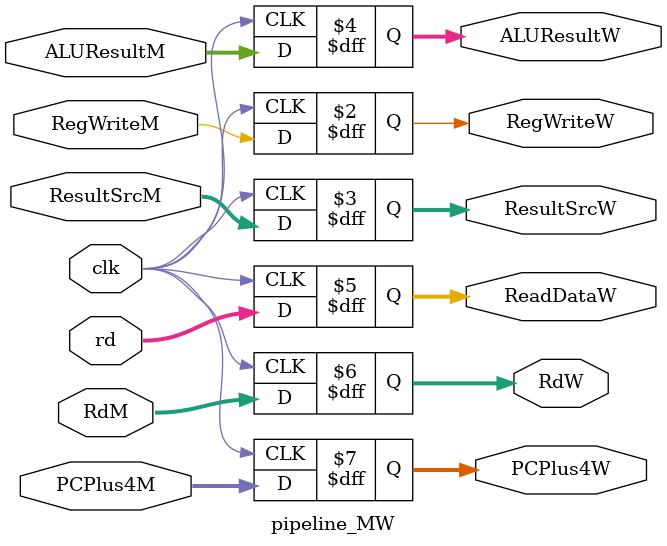
<source format=sv>
module pipeline_MW #(
    DATA_WIDTH = 32
)(
    input  logic                    clk,

    // inputs
    input  logic                    RegWriteM,
    input  logic [1:0]              ResultSrcM,
    input  logic [DATA_WIDTH-1:0]   ALUResultM,
    input  logic [DATA_WIDTH-1:0]   rd,
    input  logic [4:0]              RdM,
    input  logic [DATA_WIDTH-1:0]   PCPlus4M,

    // outputs
    output logic                    RegWriteW,
    output logic [1:0]              ResultSrcW,
    output logic [DATA_WIDTH-1:0]   ALUResultW,
    output logic [DATA_WIDTH-1:0]   ReadDataW,
    output logic [4:0]              RdW,
    output logic [DATA_WIDTH-1:0]   PCPlus4W
);

always_ff @ (posedge clk) begin 
    RegWriteW <= RegWriteM;
    ResultSrcW <= ResultSrcM;
    ALUResultW <= ALUResultM;
    ReadDataW <= rd;
    RdW <= RdM;
    PCPlus4W <= PCPlus4M;
end

endmodule

</source>
